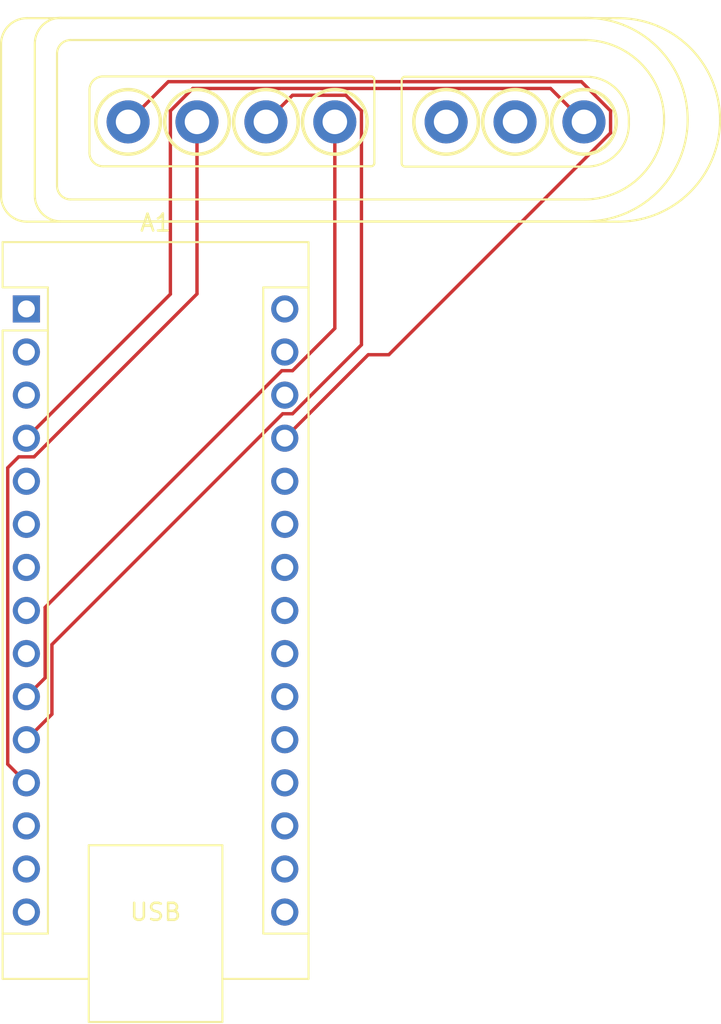
<source format=kicad_pcb>
(kicad_pcb (version 20240108) (generator "pcbnew") (generator_version "8.0")
  (layers (0 "F.Cu" signal) (31 "B.Cu" signal) (34 "B.Paste" user) (35 "F.Paste" user) (36 "B.SilkS" user "B.Silkscreen") (37 "F.SilkS" user "F.Silkscreen") (38 "B.Mask" user) (39 "F.Mask" user) (44 "Edge.Cuts" user))
  (net 0 "")
  (net 6 "Net-(A1-+5V)")
  (net 9 "Net-(Snes1-GND)")
  (net 27 "Net-(A1-D9)")
  (net 29 "Net-(A1-D8)")
  (net 30 "Net-(A1-D7)")
  (footprint "Footprints_cez:snes_controller_v2" (layer "F.Cu") (at 121.0234 64.7936)
    (property "Reference" "Snes1" (hide yes))
    (property "Value" "~" (hide yes))
    (fp_line (start -19.99 11.296) (end -19.99 2.344) (stroke (width 0.127)) (layer "F.SilkS"))
    (fp_line (start -18.466 0.82) (end 16.41 0.82) (stroke (width 0.127)) (layer "F.SilkS"))
    (fp_line (start -18 2.324) (end -18 11.276) (stroke (width 0.127)) (layer "F.SilkS"))
    (fp_line (start -16.69 2.91) (end -16.69 10.71) (stroke (width 0.127)) (layer "F.SilkS"))
    (fp_line (start -16.476 0.8) (end 14.5 0.8) (stroke (width 0.127)) (layer "F.SilkS"))
    (fp_line (start -16.476 12.8) (end 14.5 12.8) (stroke (width 0.127)) (layer "F.SilkS"))
    (fp_line (start -15.89 2.11) (end 14.41 2.11) (stroke (width 0.127)) (layer "F.SilkS"))
    (fp_line (start -15.89 11.51) (end 14.41 11.51) (stroke (width 0.127)) (layer "F.SilkS"))
    (fp_line (start -14.776 8.755) (end -14.776 5.055) (stroke (width 0.127)) (layer "F.SilkS"))
    (fp_line (start -13.976 4.255) (end 1.824 4.255) (stroke (width 0.127)) (layer "F.SilkS"))
    (fp_line (start -13.976 9.555) (end 1.824 9.555) (stroke (width 0.127)) (layer "F.SilkS"))
    (fp_line (start 2.024 9.355) (end 2.024 4.455) (stroke (width 0.127)) (layer "F.SilkS"))
    (fp_line (start 3.633 9.375) (end 3.633 4.475) (stroke (width 0.127)) (layer "F.SilkS"))
    (fp_line (start 3.833 4.275) (end 14.533 4.275) (stroke (width 0.127)) (layer "F.SilkS"))
    (fp_line (start 3.833 9.575) (end 14.533 9.575) (stroke (width 0.127)) (layer "F.SilkS"))
    (fp_line (start 16.41 12.82) (end -18.466 12.82) (stroke (width 0.127)) (layer "F.SilkS"))
    (fp_line (start 17.033 7.075) (end 17.033 6.775) (stroke (width 0.127)) (layer "F.SilkS"))
    (fp_arc (start -19.99 2.344) (mid -19.543631 1.266369) (end -18.466 0.82) (stroke (width 0.127)) (layer "F.SilkS"))
    (fp_arc (start -18.466 12.82) (mid -19.543631 12.37363) (end -19.990001 11.295999) (stroke (width 0.127)) (layer "F.SilkS"))
    (fp_arc (start -18 2.324) (mid -17.553631 1.246369) (end -16.476 0.8) (stroke (width 0.127)) (layer "F.SilkS"))
    (fp_arc (start -16.69 2.91) (mid -16.455685 2.344315) (end -15.89 2.11) (stroke (width 0.127)) (layer "F.SilkS"))
    (fp_arc (start -16.475999 12.799999) (mid -17.55363 12.35363) (end -18 11.276) (stroke (width 0.127)) (layer "F.SilkS"))
    (fp_arc (start -15.89 11.51) (mid -16.455685 11.275685) (end -16.69 10.71) (stroke (width 0.127)) (layer "F.SilkS"))
    (fp_arc (start -14.776 5.055) (mid -14.541685 4.489315) (end -13.976 4.255) (stroke (width 0.127)) (layer "F.SilkS"))
    (fp_arc (start -13.976 9.555) (mid -14.541685 9.320685) (end -14.776 8.755) (stroke (width 0.127)) (layer "F.SilkS"))
    (fp_arc (start 1.824 4.255) (mid 1.965421 4.313579) (end 2.024 4.455) (stroke (width 0.127)) (layer "F.SilkS"))
    (fp_arc (start 2.024 9.355) (mid 1.965421 9.496421) (end 1.824 9.555) (stroke (width 0.127)) (layer "F.SilkS"))
    (fp_arc (start 3.633 4.475) (mid 3.691579 4.333579) (end 3.833 4.275) (stroke (width 0.127)) (layer "F.SilkS"))
    (fp_arc (start 3.833 9.575) (mid 3.691579 9.516421) (end 3.633 9.375) (stroke (width 0.127)) (layer "F.SilkS"))
    (fp_arc (start 14.41 2.11) (mid 17.733402 3.486598) (end 19.11 6.81) (stroke (width 0.127)) (layer "F.SilkS"))
    (fp_arc (start 14.5 0.8) (mid 18.742641 2.557359) (end 20.5 6.8) (stroke (width 0.127)) (layer "F.SilkS"))
    (fp_arc (start 14.533 4.275) (mid 16.300767 5.007233) (end 17.033 6.775) (stroke (width 0.127)) (layer "F.SilkS"))
    (fp_arc (start 16.41 0.82) (mid 20.652641 2.57736) (end 22.410001 6.820001) (stroke (width 0.127)) (layer "F.SilkS"))
    (fp_arc (start 17.033 7.075) (mid 16.300767 8.842767) (end 14.533 9.575) (stroke (width 0.127)) (layer "F.SilkS"))
    (fp_arc (start 19.11 6.81) (mid 17.733402 10.133402) (end 14.41 11.51) (stroke (width 0.127)) (layer "F.SilkS"))
    (fp_arc (start 20.5 6.8) (mid 18.742641 11.042641) (end 14.5 12.8) (stroke (width 0.127)) (layer "F.SilkS"))
    (fp_arc (start 22.41 6.82) (mid 20.652641 11.062641) (end 16.41 12.82) (stroke (width 0.127)) (layer "F.SilkS"))
    (fp_circle (center -12.5 6.936) (end -10.595 6.936) (stroke (width 0.2032)) (fill none) (layer "F.SilkS"))
    (fp_circle (center -8.436 6.936) (end -6.531 6.936) (stroke (width 0.2032)) (fill none) (layer "F.SilkS"))
    (fp_circle (center -4.372 6.936) (end -2.467 6.936) (stroke (width 0.2032)) (fill none) (layer "F.SilkS"))
    (fp_circle (center -0.308 6.936) (end 1.597 6.936) (stroke (width 0.2032)) (fill none) (layer "F.SilkS"))
    (fp_circle (center 6.256 6.936) (end 8.161 6.936) (stroke (width 0.2032)) (fill none) (layer "F.SilkS"))
    (fp_circle (center 10.32 6.936) (end 12.225 6.936) (stroke (width 0.2032)) (fill none) (layer "F.SilkS"))
    (fp_circle (center 14.384 6.936) (end 16.289 6.936) (stroke (width 0.2032)) (fill none) (layer "F.SilkS"))
    (pad "1" thru_hole circle (at -12.5 6.936) (size 2.54 2.54) (drill 1.4478) (layers "*.Cu" "*.Mask") (net 6 "Net-(A1-+5V)"))
    (pad "2" thru_hole circle (at -8.436 6.936) (size 2.54 2.54) (drill 1.4478) (layers "*.Cu" "*.Mask") (net 27 "Net-(A1-D9)"))
    (pad "3" thru_hole circle (at -4.372 6.936) (size 2.54 2.54) (drill 1.4478) (layers "*.Cu" "*.Mask") (net 29 "Net-(A1-D8)"))
    (pad "4" thru_hole circle (at -0.308 6.936) (size 2.54 2.54) (drill 1.4478) (layers "*.Cu" "*.Mask") (net 30 "Net-(A1-D7)"))
    (pad "5" thru_hole circle (at 6.256 6.936) (size 2.54 2.54) (drill 1.4478) (layers "*.Cu" "*.Mask"))
    (pad "6" thru_hole circle (at 10.32 6.936) (size 2.54 2.54) (drill 1.4478) (layers "*.Cu" "*.Mask"))
    (pad "7" thru_hole circle (at 14.384 6.936) (size 2.54 2.54) (drill 1.4478) (layers "*.Cu" "*.Mask") (net 9 "Net-(Snes1-GND)"))
  )
  (footprint "Module:Arduino_Nano" (layer "F.Cu") (at 102.524899 82.7586)
    (property "Reference" "A1" (at 7.62 -5.08 0) (layer "F.SilkS"))
    (property "Value" "Arduino_Nano_v3.x")
    (fp_line (start -1.4 -3.94) (end -1.4 -1.27) (stroke (width 0.12)) (layer "F.SilkS"))
    (fp_line (start -1.4 1.27) (end -1.4 39.5) (stroke (width 0.12)) (layer "F.SilkS"))
    (fp_line (start -1.4 39.5) (end 3.68 39.5) (stroke (width 0.12)) (layer "F.SilkS"))
    (fp_line (start 1.27 -1.27) (end -1.4 -1.27) (stroke (width 0.12)) (layer "F.SilkS"))
    (fp_line (start 1.27 1.27) (end -1.4 1.27) (stroke (width 0.12)) (layer "F.SilkS"))
    (fp_line (start 1.27 1.27) (end 1.27 -1.27) (stroke (width 0.12)) (layer "F.SilkS"))
    (fp_line (start 1.27 1.27) (end 1.27 36.83) (stroke (width 0.12)) (layer "F.SilkS"))
    (fp_line (start 1.27 36.83) (end -1.4 36.83) (stroke (width 0.12)) (layer "F.SilkS"))
    (fp_line (start 3.68 31.62) (end 11.56 31.62) (stroke (width 0.12)) (layer "F.SilkS"))
    (fp_line (start 3.68 42.04) (end 3.68 31.62) (stroke (width 0.12)) (layer "F.SilkS"))
    (fp_line (start 11.56 31.62) (end 11.56 42.04) (stroke (width 0.12)) (layer "F.SilkS"))
    (fp_line (start 11.56 42.04) (end 3.68 42.04) (stroke (width 0.12)) (layer "F.SilkS"))
    (fp_line (start 13.97 -1.27) (end 13.97 36.83) (stroke (width 0.12)) (layer "F.SilkS"))
    (fp_line (start 13.97 -1.27) (end 16.64 -1.27) (stroke (width 0.12)) (layer "F.SilkS"))
    (fp_line (start 13.97 36.83) (end 16.64 36.83) (stroke (width 0.12)) (layer "F.SilkS"))
    (fp_line (start 16.64 -3.94) (end -1.4 -3.94) (stroke (width 0.12)) (layer "F.SilkS"))
    (fp_line (start 16.64 39.5) (end 11.56 39.5) (stroke (width 0.12)) (layer "F.SilkS"))
    (fp_line (start 16.64 39.5) (end 16.64 -3.94) (stroke (width 0.12)) (layer "F.SilkS"))
    (fp_text user "USB" (at 7.62 35.56 0) (layer "F.SilkS"))
    (pad "1" thru_hole rect (at 0 0) (size 1.6 1.6) (drill 1) (layers "*.Cu" "*.Mask"))
    (pad "2" thru_hole oval (at 0 2.54) (size 1.6 1.6) (drill 1) (layers "*.Cu" "*.Mask"))
    (pad "3" thru_hole oval (at 0 5.08) (size 1.6 1.6) (drill 1) (layers "*.Cu" "*.Mask"))
    (pad "4" thru_hole oval (at 0 7.62) (size 1.6 1.6) (drill 1) (layers "*.Cu" "*.Mask") (net 9 "Net-(Snes1-GND)"))
    (pad "5" thru_hole oval (at 0 10.16) (size 1.6 1.6) (drill 1) (layers "*.Cu" "*.Mask"))
    (pad "6" thru_hole oval (at 0 12.7) (size 1.6 1.6) (drill 1) (layers "*.Cu" "*.Mask"))
    (pad "7" thru_hole oval (at 0 15.24) (size 1.6 1.6) (drill 1) (layers "*.Cu" "*.Mask"))
    (pad "8" thru_hole oval (at 0 17.78) (size 1.6 1.6) (drill 1) (layers "*.Cu" "*.Mask"))
    (pad "9" thru_hole oval (at 0 20.32) (size 1.6 1.6) (drill 1) (layers "*.Cu" "*.Mask"))
    (pad "10" thru_hole oval (at 0 22.86) (size 1.6 1.6) (drill 1) (layers "*.Cu" "*.Mask") (net 30 "Net-(A1-D7)"))
    (pad "11" thru_hole oval (at 0 25.4) (size 1.6 1.6) (drill 1) (layers "*.Cu" "*.Mask") (net 29 "Net-(A1-D8)"))
    (pad "12" thru_hole oval (at 0 27.94) (size 1.6 1.6) (drill 1) (layers "*.Cu" "*.Mask") (net 27 "Net-(A1-D9)"))
    (pad "13" thru_hole oval (at 0 30.48) (size 1.6 1.6) (drill 1) (layers "*.Cu" "*.Mask"))
    (pad "14" thru_hole oval (at 0 33.02) (size 1.6 1.6) (drill 1) (layers "*.Cu" "*.Mask"))
    (pad "15" thru_hole oval (at 0 35.56) (size 1.6 1.6) (drill 1) (layers "*.Cu" "*.Mask"))
    (pad "16" thru_hole oval (at 15.24 35.56) (size 1.6 1.6) (drill 1) (layers "*.Cu" "*.Mask"))
    (pad "17" thru_hole oval (at 15.24 33.02) (size 1.6 1.6) (drill 1) (layers "*.Cu" "*.Mask"))
    (pad "18" thru_hole oval (at 15.24 30.48) (size 1.6 1.6) (drill 1) (layers "*.Cu" "*.Mask"))
    (pad "19" thru_hole oval (at 15.24 27.94) (size 1.6 1.6) (drill 1) (layers "*.Cu" "*.Mask"))
    (pad "20" thru_hole oval (at 15.24 25.4) (size 1.6 1.6) (drill 1) (layers "*.Cu" "*.Mask"))
    (pad "21" thru_hole oval (at 15.24 22.86) (size 1.6 1.6) (drill 1) (layers "*.Cu" "*.Mask"))
    (pad "22" thru_hole oval (at 15.24 20.32) (size 1.6 1.6) (drill 1) (layers "*.Cu" "*.Mask"))
    (pad "23" thru_hole oval (at 15.24 17.78) (size 1.6 1.6) (drill 1) (layers "*.Cu" "*.Mask"))
    (pad "24" thru_hole oval (at 15.24 15.24) (size 1.6 1.6) (drill 1) (layers "*.Cu" "*.Mask"))
    (pad "25" thru_hole oval (at 15.24 12.7) (size 1.6 1.6) (drill 1) (layers "*.Cu" "*.Mask"))
    (pad "26" thru_hole oval (at 15.24 10.16) (size 1.6 1.6) (drill 1) (layers "*.Cu" "*.Mask"))
    (pad "27" thru_hole oval (at 15.24 7.62) (size 1.6 1.6) (drill 1) (layers "*.Cu" "*.Mask") (net 6 "Net-(A1-+5V)"))
    (pad "28" thru_hole oval (at 15.24 5.08) (size 1.6 1.6) (drill 1) (layers "*.Cu" "*.Mask"))
    (pad "29" thru_hole oval (at 15.24 2.54) (size 1.6 1.6) (drill 1) (layers "*.Cu" "*.Mask"))
    (pad "30" thru_hole oval (at 15.24 0) (size 1.6 1.6) (drill 1) (layers "*.Cu" "*.Mask"))
  )
  (segment (start 136.9774 71.079284) (end 135.257716 69.3596) (width 0.2) (layer "F.Cu") (net 6))
  (segment (start 136.9774 72.379916) (end 136.9774 71.079284) (width 0.2) (layer "F.Cu") (net 6))
  (segment (start 123.899217 85.458099) (end 136.9774 72.379916) (width 0.2) (layer "F.Cu") (net 6))
  (segment (start 135.257716 69.3596) (end 110.8934 69.3596) (width 0.2) (layer "F.Cu") (net 6))
  (segment (start 110.8934 69.3596) (end 108.5234 71.7296) (width 0.2) (layer "F.Cu") (net 6))
  (segment (start 117.764899 90.3786) (end 122.6854 85.458099) (width 0.2) (layer "F.Cu") (net 6))
  (segment (start 122.6854 85.458099) (end 123.899217 85.458099) (width 0.2) (layer "F.Cu") (net 6))
  (segment (start 111.0174 71.079284) (end 112.337084 69.7596) (width 0.2) (layer "F.Cu") (net 9))
  (segment (start 111.0174 81.886099) (end 111.0174 71.079284) (width 0.2) (layer "F.Cu") (net 9))
  (segment (start 112.337084 69.7596) (end 133.4374 69.7596) (width 0.2) (layer "F.Cu") (net 9))
  (segment (start 133.4374 69.7596) (end 135.4074 71.7296) (width 0.2) (layer "F.Cu") (net 9))
  (segment (start 102.524899 90.3786) (end 111.0174 81.886099) (width 0.2) (layer "F.Cu") (net 9))
  (segment (start 101.424899 92.122965) (end 102.069264 91.4786) (width 0.2) (layer "F.Cu") (net 27))
  (segment (start 112.5874 81.871734) (end 112.5874 71.7296) (width 0.2) (layer "F.Cu") (net 27))
  (segment (start 102.524899 110.6986) (end 101.424899 109.5986) (width 0.2) (layer "F.Cu") (net 27))
  (segment (start 102.980534 91.4786) (end 112.5874 81.871734) (width 0.2) (layer "F.Cu") (net 27))
  (segment (start 102.069264 91.4786) (end 102.980534 91.4786) (width 0.2) (layer "F.Cu") (net 27))
  (segment (start 101.424899 109.5986) (end 101.424899 92.122965) (width 0.2) (layer "F.Cu") (net 27))
  (segment (start 104.032 102.5462) (end 104.032 106.651499) (width 0.2) (layer "F.Cu") (net 29))
  (segment (start 116.6514 71.7296) (end 118.2214 70.1596) (width 0.2) (layer "F.Cu") (net 29))
  (segment (start 117.6396 88.9386) (end 104.032 102.5462) (width 0.2) (layer "F.Cu") (net 29))
  (segment (start 118.2214 70.1596) (end 121.365716 70.1596) (width 0.2) (layer "F.Cu") (net 29))
  (segment (start 122.2854 84.873734) (end 118.220534 88.9386) (width 0.2) (layer "F.Cu") (net 29))
  (segment (start 104.032 106.651499) (end 102.524899 108.1586) (width 0.2) (layer "F.Cu") (net 29))
  (segment (start 122.2854 71.079284) (end 122.2854 84.873734) (width 0.2) (layer "F.Cu") (net 29))
  (segment (start 118.220534 88.9386) (end 117.6396 88.9386) (width 0.2) (layer "F.Cu") (net 29))
  (segment (start 121.365716 70.1596) (end 122.2854 71.079284) (width 0.2) (layer "F.Cu") (net 29))
  (segment (start 118.220534 86.3986) (end 117.5888 86.3986) (width 0.2) (layer "F.Cu") (net 30))
  (segment (start 103.632 104.511499) (end 102.524899 105.6186) (width 0.2) (layer "F.Cu") (net 30))
  (segment (start 120.7154 83.903734) (end 118.220534 86.3986) (width 0.2) (layer "F.Cu") (net 30))
  (segment (start 103.632 100.3554) (end 103.632 104.511499) (width 0.2) (layer "F.Cu") (net 30))
  (segment (start 120.7154 71.7296) (end 120.7154 83.903734) (width 0.2) (layer "F.Cu") (net 30))
  (segment (start 117.5888 86.3986) (end 103.632 100.3554) (width 0.2) (layer "F.Cu") (net 30))
)
</source>
